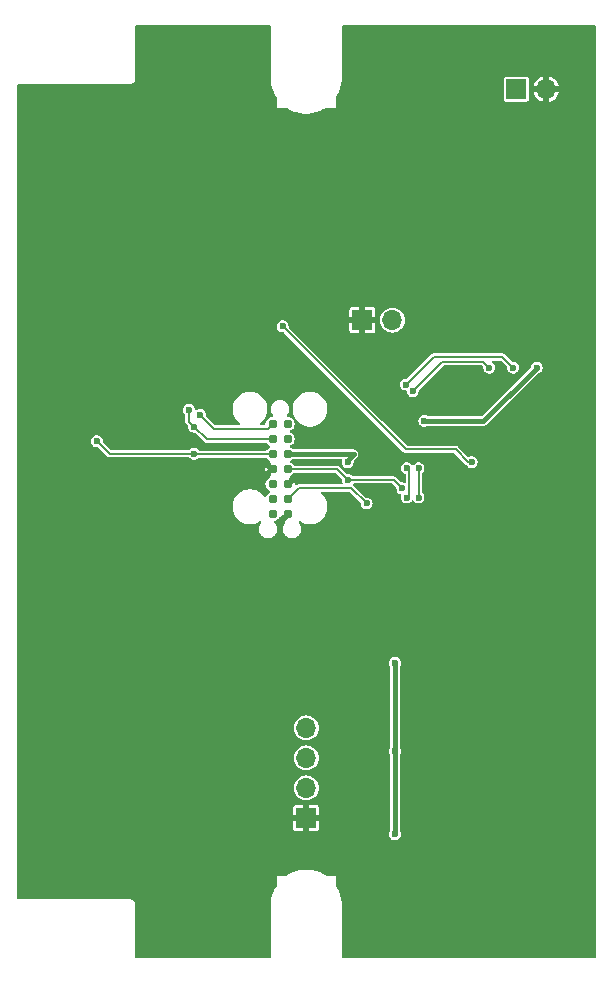
<source format=gbr>
%TF.GenerationSoftware,KiCad,Pcbnew,8.0.7*%
%TF.CreationDate,2025-01-18T18:24:10+01:00*%
%TF.ProjectId,tuff_tuff_pcb,74756666-5f74-4756-9666-5f7063622e6b,rev?*%
%TF.SameCoordinates,Original*%
%TF.FileFunction,Copper,L2,Bot*%
%TF.FilePolarity,Positive*%
%FSLAX46Y46*%
G04 Gerber Fmt 4.6, Leading zero omitted, Abs format (unit mm)*
G04 Created by KiCad (PCBNEW 8.0.7) date 2025-01-18 18:24:10*
%MOMM*%
%LPD*%
G01*
G04 APERTURE LIST*
%TA.AperFunction,ComponentPad*%
%ADD10R,1.700000X1.700000*%
%TD*%
%TA.AperFunction,ComponentPad*%
%ADD11O,1.700000X1.700000*%
%TD*%
%TA.AperFunction,SMDPad,CuDef*%
%ADD12C,0.787400*%
%TD*%
%TA.AperFunction,ViaPad*%
%ADD13C,0.600000*%
%TD*%
%TA.AperFunction,Conductor*%
%ADD14C,0.400000*%
%TD*%
%TA.AperFunction,Conductor*%
%ADD15C,0.200000*%
%TD*%
G04 APERTURE END LIST*
D10*
%TO.P,J5,1,Pin_1*%
%TO.N,GND*%
X-25000000Y12380000D03*
D11*
%TO.P,J5,2,Pin_2*%
%TO.N,Net-(J5-Pin_2)*%
X-25000000Y14920000D03*
%TO.P,J5,3,Pin_3*%
%TO.N,Net-(J5-Pin_3)*%
X-25000000Y17460000D03*
%TO.P,J5,4,Pin_4*%
%TO.N,Net-(J5-Pin_4)*%
X-25000000Y20000000D03*
%TD*%
D10*
%TO.P,J4,1,Pin_1*%
%TO.N,GND*%
X-20250000Y54525000D03*
D11*
%TO.P,J4,2,Pin_2*%
%TO.N,MCU_WAKEUP*%
X-17710000Y54525000D03*
%TD*%
D10*
%TO.P,J1,1,Pin_1*%
%TO.N,VIN_BAT*%
X-7220000Y74080000D03*
D11*
%TO.P,J1,2,Pin_2*%
%TO.N,GND*%
X-4680000Y74080000D03*
%TD*%
D12*
%TO.P,J3,1,1*%
%TO.N,unconnected-(J3-Pad1)*%
X-26590000Y45720000D03*
%TO.P,J3,2,2*%
%TO.N,unconnected-(J3-Pad2)*%
X-26590000Y44450000D03*
%TO.P,J3,3,3*%
%TO.N,3.3V*%
X-26590000Y43180000D03*
%TO.P,J3,4,4*%
%TO.N,SWDIO*%
X-26590000Y41910000D03*
%TO.P,J3,5,5*%
%TO.N,GND*%
X-26590000Y40640000D03*
%TO.P,J3,6,6*%
%TO.N,SWCLK*%
X-26590000Y39370000D03*
%TO.P,J3,7,7*%
%TO.N,GND*%
X-26590000Y38100000D03*
%TO.P,J3,8,8*%
%TO.N,unconnected-(J3-Pad8)*%
X-27860000Y38100000D03*
%TO.P,J3,9,9*%
%TO.N,unconnected-(J3-Pad9)*%
X-27860000Y39370000D03*
%TO.P,J3,10,10*%
%TO.N,unconnected-(J3-Pad10)*%
X-27860000Y40640000D03*
%TO.P,J3,11,11*%
%TO.N,GND*%
X-27860000Y41910000D03*
%TO.P,J3,12,12*%
%TO.N,NRST*%
X-27860000Y43180000D03*
%TO.P,J3,13,13*%
%TO.N,UART_RX*%
X-27860000Y44450000D03*
%TO.P,J3,14,14*%
%TO.N,UART_TX*%
X-27860000Y45720000D03*
%TD*%
D13*
%TO.N,GND*%
X-14000000Y67200000D03*
X-9500000Y44500000D03*
X-7000000Y44500000D03*
X-25000000Y41000000D03*
X-16000000Y72000000D03*
X-37000000Y62000000D03*
X-9500000Y42500000D03*
X-8000000Y27000000D03*
X-29500000Y41000000D03*
X-41000000Y34500000D03*
X-7000000Y42500000D03*
%TO.N,12V*%
X-17500000Y11000000D03*
X-17500000Y25500000D03*
X-17500000Y18000000D03*
%TO.N,SWDIO*%
X-21500000Y41000000D03*
X-16875735Y40275735D03*
%TO.N,UART_RX*%
X-34500000Y45500000D03*
X-34930735Y46930735D03*
X-16000000Y48500000D03*
X-9500000Y50500000D03*
%TO.N,SWCLK*%
X-19900000Y39000000D03*
%TO.N,UART_TX*%
X-34000000Y46500000D03*
X-16565687Y49065687D03*
X-7500000Y50500000D03*
%TO.N,NRST*%
X-34500000Y43200000D03*
X-42730000Y44270000D03*
%TO.N,Net-(U1-D+)*%
X-15500000Y39500000D03*
X-15500000Y42000000D03*
%TO.N,Net-(U1-D-)*%
X-16500000Y42000000D03*
X-16500000Y39500000D03*
%TO.N,ON_BOOSTER*%
X-11000000Y42500000D03*
X-27000000Y54000000D03*
%TO.N,3.3V*%
X-5500000Y50500000D03*
X-15000000Y46000000D03*
X-21500000Y42500000D03*
%TD*%
D14*
%TO.N,12V*%
X-17500000Y11000000D02*
X-17500000Y18000000D01*
X-17500000Y25500000D02*
X-17500000Y18000000D01*
D15*
%TO.N,SWDIO*%
X-16875735Y40275735D02*
X-17600000Y41000000D01*
X-21500000Y41000000D02*
X-22410000Y41910000D01*
X-22410000Y41910000D02*
X-26590000Y41910000D01*
X-17600000Y41000000D02*
X-21500000Y41000000D01*
%TO.N,UART_RX*%
X-34930735Y45930735D02*
X-34930735Y46930735D01*
X-10000000Y51000000D02*
X-13500000Y51000000D01*
X-33450000Y44450000D02*
X-27860000Y44450000D01*
X-14000000Y50500000D02*
X-16000000Y48500000D01*
X-34500000Y45500000D02*
X-34930735Y45930735D01*
X-9500000Y50500000D02*
X-10000000Y51000000D01*
X-13500000Y51000000D02*
X-14000000Y50500000D01*
X-34500000Y45500000D02*
X-33450000Y44450000D01*
%TO.N,SWCLK*%
X-19900000Y39000000D02*
X-21210550Y40310550D01*
X-21210550Y40310550D02*
X-25649450Y40310550D01*
X-25649450Y40310550D02*
X-26590000Y39370000D01*
%TO.N,UART_TX*%
X-28253699Y45326301D02*
X-27860000Y45720000D01*
X-32826301Y45326301D02*
X-28253699Y45326301D01*
X-7500000Y50500000D02*
X-8400000Y51400000D01*
X-34000000Y46500000D02*
X-32826301Y45326301D01*
X-8400000Y51400000D02*
X-14231374Y51400000D01*
X-14231374Y51400000D02*
X-16565687Y49065687D01*
%TO.N,NRST*%
X-27860000Y43180000D02*
X-34480000Y43180000D01*
X-41660000Y43200000D02*
X-34500000Y43200000D01*
X-42730000Y44270000D02*
X-41660000Y43200000D01*
X-34500000Y43200000D02*
X-34520000Y43180000D01*
X-34480000Y43180000D02*
X-34500000Y43200000D01*
%TO.N,Net-(U1-D+)*%
X-15500000Y42000000D02*
X-15500000Y39500000D01*
%TO.N,Net-(U1-D-)*%
X-16275735Y41775735D02*
X-16275735Y39724265D01*
X-16275735Y39724265D02*
X-16500000Y39500000D01*
X-16500000Y42000000D02*
X-16275735Y41775735D01*
%TO.N,ON_BOOSTER*%
X-27000000Y54000000D02*
X-16580000Y43580000D01*
X-11282843Y42500000D02*
X-11000000Y42500000D01*
X-12362843Y43580000D02*
X-11282843Y42500000D01*
X-16580000Y43580000D02*
X-12362843Y43580000D01*
D14*
%TO.N,3.3V*%
X-26590000Y43180000D02*
X-21000000Y43180000D01*
X-21500000Y42680000D02*
X-21000000Y43180000D01*
X-5500000Y50500000D02*
X-10000000Y46000000D01*
X-10000000Y46000000D02*
X-15000000Y46000000D01*
X-21500000Y42500000D02*
X-21500000Y42680000D01*
%TD*%
%TA.AperFunction,Conductor*%
%TO.N,GND*%
G36*
X-22517288Y41590593D02*
G01*
X-22505475Y41580504D01*
X-22030547Y41105576D01*
X-22002770Y41051059D01*
X-22002558Y41021485D01*
X-22005647Y40999998D01*
X-21985166Y40857544D01*
X-21936589Y40751177D01*
X-21929614Y40690390D01*
X-21959700Y40637113D01*
X-22015356Y40611695D01*
X-22026642Y40611050D01*
X-25609888Y40611050D01*
X-25689012Y40611050D01*
X-25765438Y40590572D01*
X-25765439Y40590572D01*
X-25765441Y40590571D01*
X-25794705Y40573676D01*
X-25854554Y40560957D01*
X-25910449Y40585844D01*
X-25941040Y40638833D01*
X-25942481Y40647481D01*
X-25960414Y40795178D01*
X-25960415Y40795179D01*
X-25993646Y40882802D01*
X-26330996Y40545451D01*
X-26385513Y40517673D01*
X-26445945Y40527244D01*
X-26489210Y40570509D01*
X-26500000Y40615454D01*
X-26500000Y41042548D01*
X-26481093Y41100739D01*
X-26471004Y41112552D01*
X-26345112Y41238445D01*
X-26352031Y41283899D01*
X-26342096Y41344272D01*
X-26298572Y41387275D01*
X-26292047Y41390260D01*
X-26290336Y41390968D01*
X-26166212Y41486212D01*
X-26101329Y41570769D01*
X-26050905Y41605423D01*
X-26022788Y41609500D01*
X-22575479Y41609500D01*
X-22517288Y41590593D01*
G37*
%TD.AperFunction*%
%TA.AperFunction,Conductor*%
G36*
X-28041309Y79480593D02*
G01*
X-28005345Y79431093D01*
X-28000500Y79400500D01*
X-28000500Y74831495D01*
X-27962768Y74496608D01*
X-27887776Y74168043D01*
X-27776470Y73849951D01*
X-27776469Y73849949D01*
X-27630254Y73546329D01*
X-27630248Y73546318D01*
X-27630246Y73546314D01*
X-27515174Y73363178D01*
X-27500000Y73310509D01*
X-27500000Y72500000D01*
X-26689492Y72500000D01*
X-26636822Y72484827D01*
X-26453686Y72369754D01*
X-26453675Y72369749D01*
X-26453672Y72369747D01*
X-26352795Y72321168D01*
X-26150051Y72223531D01*
X-26001560Y72171572D01*
X-25831958Y72112225D01*
X-25831955Y72112225D01*
X-25831954Y72112224D01*
X-25503394Y72037233D01*
X-25168504Y71999500D01*
X-25168503Y71999500D01*
X-24831497Y71999500D01*
X-24831496Y71999500D01*
X-24496606Y72037233D01*
X-24168046Y72112224D01*
X-23849949Y72223531D01*
X-23546314Y72369754D01*
X-23363179Y72484827D01*
X-23310508Y72500000D01*
X-22500001Y72500000D01*
X-22500000Y72500000D01*
X-22500000Y73310509D01*
X-22484827Y73363178D01*
X-22369754Y73546314D01*
X-22223531Y73849949D01*
X-22112224Y74168046D01*
X-22037233Y74496606D01*
X-21999500Y74831496D01*
X-21999500Y74949747D01*
X-8270500Y74949747D01*
X-8270500Y73210254D01*
X-8270499Y73210242D01*
X-8258868Y73151773D01*
X-8258866Y73151767D01*
X-8218332Y73091105D01*
X-8214552Y73085448D01*
X-8148231Y73041133D01*
X-8103769Y73032289D01*
X-8089759Y73029502D01*
X-8089754Y73029502D01*
X-8089748Y73029500D01*
X-8089747Y73029500D01*
X-6350253Y73029500D01*
X-6350252Y73029500D01*
X-6291769Y73041133D01*
X-6225448Y73085448D01*
X-6181133Y73151769D01*
X-6169500Y73210252D01*
X-6169500Y74330000D01*
X-5752527Y74330000D01*
X-5113012Y74330000D01*
X-5145925Y74272993D01*
X-5180000Y74145826D01*
X-5180000Y74014174D01*
X-5145925Y73887007D01*
X-5113012Y73830000D01*
X-5752527Y73830000D01*
X-5710113Y73680930D01*
X-5619250Y73498452D01*
X-5619245Y73498443D01*
X-5496392Y73335760D01*
X-5345734Y73198418D01*
X-5172419Y73091105D01*
X-5172414Y73091102D01*
X-4982317Y73017459D01*
X-4930001Y73007679D01*
X-4930000Y73007679D01*
X-4930000Y73646988D01*
X-4872993Y73614075D01*
X-4745826Y73580000D01*
X-4614174Y73580000D01*
X-4487007Y73614075D01*
X-4430000Y73646988D01*
X-4430000Y73007679D01*
X-4377684Y73017459D01*
X-4187587Y73091102D01*
X-4187582Y73091105D01*
X-4014267Y73198418D01*
X-3863609Y73335760D01*
X-3740756Y73498443D01*
X-3740751Y73498452D01*
X-3649888Y73680930D01*
X-3607473Y73830000D01*
X-4246988Y73830000D01*
X-4214075Y73887007D01*
X-4180000Y74014174D01*
X-4180000Y74145826D01*
X-4214075Y74272993D01*
X-4246988Y74330000D01*
X-3607473Y74330000D01*
X-3649888Y74479071D01*
X-3740751Y74661549D01*
X-3740756Y74661558D01*
X-3863609Y74824241D01*
X-4014267Y74961583D01*
X-4187582Y75068896D01*
X-4187587Y75068899D01*
X-4377681Y75142541D01*
X-4377685Y75142542D01*
X-4430000Y75152322D01*
X-4430000Y74513012D01*
X-4487007Y74545925D01*
X-4614174Y74580000D01*
X-4745826Y74580000D01*
X-4872993Y74545925D01*
X-4930000Y74513012D01*
X-4930000Y75152322D01*
X-4982316Y75142542D01*
X-4982320Y75142541D01*
X-5172414Y75068899D01*
X-5172419Y75068896D01*
X-5345734Y74961583D01*
X-5496392Y74824241D01*
X-5619245Y74661558D01*
X-5619250Y74661549D01*
X-5710113Y74479071D01*
X-5752527Y74330000D01*
X-6169500Y74330000D01*
X-6169500Y74949748D01*
X-6181133Y75008231D01*
X-6225448Y75074552D01*
X-6225452Y75074555D01*
X-6291767Y75118866D01*
X-6291769Y75118867D01*
X-6291772Y75118868D01*
X-6291773Y75118868D01*
X-6350242Y75130499D01*
X-6350252Y75130500D01*
X-8089748Y75130500D01*
X-8089749Y75130500D01*
X-8089759Y75130499D01*
X-8148228Y75118868D01*
X-8148234Y75118866D01*
X-8214549Y75074555D01*
X-8214555Y75074549D01*
X-8258866Y75008234D01*
X-8258868Y75008228D01*
X-8270499Y74949759D01*
X-8270500Y74949747D01*
X-21999500Y74949747D01*
X-21999500Y75000000D01*
X-21999500Y75065892D01*
X-21999500Y79400500D01*
X-21980593Y79458691D01*
X-21931093Y79494655D01*
X-21900500Y79499500D01*
X-599500Y79499500D01*
X-541309Y79480593D01*
X-505345Y79431093D01*
X-500500Y79400500D01*
X-500500Y599500D01*
X-519407Y541309D01*
X-568907Y505345D01*
X-599500Y500500D01*
X-21900500Y500500D01*
X-21958691Y519407D01*
X-21994655Y568907D01*
X-21999500Y599500D01*
X-21999500Y5168504D01*
X-22037233Y5503394D01*
X-22112224Y5831954D01*
X-22223531Y6150051D01*
X-22369754Y6453686D01*
X-22451795Y6584252D01*
X-22484826Y6636822D01*
X-22500000Y6689493D01*
X-22500000Y7499999D01*
X-22500000Y7500000D01*
X-22500001Y7500000D01*
X-23310508Y7500000D01*
X-23363179Y7515174D01*
X-23546314Y7630246D01*
X-23546322Y7630250D01*
X-23546329Y7630254D01*
X-23849949Y7776469D01*
X-23849951Y7776470D01*
X-24168043Y7887776D01*
X-24496608Y7962768D01*
X-24831495Y8000500D01*
X-24831496Y8000500D01*
X-25168504Y8000500D01*
X-25168506Y8000500D01*
X-25503393Y7962768D01*
X-25831958Y7887776D01*
X-26150050Y7776470D01*
X-26150052Y7776469D01*
X-26453672Y7630254D01*
X-26453684Y7630247D01*
X-26636821Y7515174D01*
X-26689492Y7500000D01*
X-27500000Y7500000D01*
X-27500000Y7499999D01*
X-27500000Y6689493D01*
X-27515174Y6636822D01*
X-27630247Y6453684D01*
X-27630254Y6453672D01*
X-27776469Y6150052D01*
X-27776470Y6150050D01*
X-27887776Y5831958D01*
X-27962768Y5503393D01*
X-28000500Y5168506D01*
X-28000500Y599500D01*
X-28019407Y541309D01*
X-28068907Y505345D01*
X-28099500Y500500D01*
X-39400500Y500500D01*
X-39458691Y519407D01*
X-39494655Y568907D01*
X-39499500Y599500D01*
X-39499500Y5065891D01*
X-39526995Y5168504D01*
X-39533608Y5193186D01*
X-39533610Y5193189D01*
X-39533610Y5193191D01*
X-39599497Y5307310D01*
X-39599499Y5307312D01*
X-39599500Y5307314D01*
X-39692686Y5400500D01*
X-39692689Y5400502D01*
X-39692691Y5400504D01*
X-39806811Y5466391D01*
X-39806809Y5466391D01*
X-39856201Y5479625D01*
X-39934108Y5500500D01*
X-39934110Y5500500D01*
X-49400500Y5500500D01*
X-49458691Y5519407D01*
X-49494655Y5568907D01*
X-49499500Y5599500D01*
X-49499500Y13254625D01*
X-26100000Y13254625D01*
X-26100000Y12630001D01*
X-26099999Y12630000D01*
X-25433012Y12630000D01*
X-25465925Y12572993D01*
X-25500000Y12445826D01*
X-25500000Y12314174D01*
X-25465925Y12187007D01*
X-25433012Y12130000D01*
X-26099999Y12130000D01*
X-26100000Y12129999D01*
X-26100000Y11505376D01*
X-26085494Y11432454D01*
X-26085493Y11432452D01*
X-26030242Y11349763D01*
X-26030238Y11349759D01*
X-25947549Y11294508D01*
X-25947547Y11294507D01*
X-25874625Y11280001D01*
X-25874623Y11280000D01*
X-25250001Y11280000D01*
X-25250000Y11280001D01*
X-25250000Y11946988D01*
X-25192993Y11914075D01*
X-25065826Y11880000D01*
X-24934174Y11880000D01*
X-24807007Y11914075D01*
X-24750000Y11946988D01*
X-24750000Y11280001D01*
X-24749999Y11280000D01*
X-24125377Y11280000D01*
X-24125376Y11280001D01*
X-24052454Y11294507D01*
X-24052452Y11294508D01*
X-23969763Y11349759D01*
X-23969759Y11349763D01*
X-23914508Y11432452D01*
X-23914507Y11432454D01*
X-23900001Y11505376D01*
X-23900000Y11505378D01*
X-23900000Y12129999D01*
X-23900001Y12130000D01*
X-24566988Y12130000D01*
X-24534075Y12187007D01*
X-24500000Y12314174D01*
X-24500000Y12445826D01*
X-24534075Y12572993D01*
X-24566988Y12630000D01*
X-23900001Y12630000D01*
X-23900000Y12630001D01*
X-23900000Y13254623D01*
X-23900001Y13254625D01*
X-23914507Y13327547D01*
X-23914508Y13327549D01*
X-23969759Y13410238D01*
X-23969763Y13410242D01*
X-24052452Y13465493D01*
X-24052454Y13465494D01*
X-24125376Y13480000D01*
X-24749999Y13480000D01*
X-24750000Y13479999D01*
X-24750000Y12813012D01*
X-24807007Y12845925D01*
X-24934174Y12880000D01*
X-25065826Y12880000D01*
X-25192993Y12845925D01*
X-25250000Y12813012D01*
X-25250000Y13479999D01*
X-25250001Y13480000D01*
X-25874625Y13480000D01*
X-25947547Y13465494D01*
X-25947549Y13465493D01*
X-26030238Y13410242D01*
X-26030242Y13410238D01*
X-26085493Y13327549D01*
X-26085494Y13327547D01*
X-26100000Y13254625D01*
X-49499500Y13254625D01*
X-49499500Y14920004D01*
X-26055583Y14920004D01*
X-26055583Y14919997D01*
X-26035302Y14714071D01*
X-26035301Y14714066D01*
X-25975232Y14516046D01*
X-25877684Y14333548D01*
X-25746415Y14173596D01*
X-25746410Y14173590D01*
X-25746405Y14173586D01*
X-25586453Y14042317D01*
X-25586452Y14042317D01*
X-25586450Y14042315D01*
X-25403954Y13944768D01*
X-25266003Y13902922D01*
X-25205935Y13884700D01*
X-25205930Y13884699D01*
X-25000003Y13864417D01*
X-25000000Y13864417D01*
X-24999997Y13864417D01*
X-24794071Y13884699D01*
X-24794066Y13884700D01*
X-24596046Y13944768D01*
X-24413550Y14042315D01*
X-24253590Y14173590D01*
X-24122315Y14333550D01*
X-24024768Y14516046D01*
X-23964700Y14714066D01*
X-23964699Y14714071D01*
X-23944417Y14919997D01*
X-23944417Y14920004D01*
X-23964699Y15125930D01*
X-23964700Y15125935D01*
X-23982922Y15186003D01*
X-24024768Y15323954D01*
X-24122315Y15506450D01*
X-24253590Y15666410D01*
X-24253596Y15666415D01*
X-24413548Y15797684D01*
X-24596046Y15895232D01*
X-24794066Y15955301D01*
X-24794071Y15955302D01*
X-24999997Y15975583D01*
X-25000003Y15975583D01*
X-25205930Y15955302D01*
X-25205935Y15955301D01*
X-25403955Y15895232D01*
X-25586453Y15797684D01*
X-25746405Y15666415D01*
X-25746415Y15666405D01*
X-25877684Y15506453D01*
X-25975232Y15323955D01*
X-26035301Y15125935D01*
X-26035302Y15125930D01*
X-26055583Y14920004D01*
X-49499500Y14920004D01*
X-49499500Y17460004D01*
X-26055583Y17460004D01*
X-26055583Y17459997D01*
X-26035302Y17254071D01*
X-26035301Y17254066D01*
X-25975232Y17056046D01*
X-25877684Y16873548D01*
X-25746415Y16713596D01*
X-25746410Y16713590D01*
X-25746405Y16713586D01*
X-25586453Y16582317D01*
X-25586452Y16582317D01*
X-25586450Y16582315D01*
X-25403954Y16484768D01*
X-25266003Y16442922D01*
X-25205935Y16424700D01*
X-25205930Y16424699D01*
X-25000003Y16404417D01*
X-25000000Y16404417D01*
X-24999997Y16404417D01*
X-24794071Y16424699D01*
X-24794066Y16424700D01*
X-24596046Y16484768D01*
X-24413550Y16582315D01*
X-24253590Y16713590D01*
X-24122315Y16873550D01*
X-24024768Y17056046D01*
X-23964700Y17254066D01*
X-23964699Y17254071D01*
X-23944417Y17459997D01*
X-23944417Y17460004D01*
X-23964699Y17665930D01*
X-23964700Y17665935D01*
X-23983111Y17726627D01*
X-24024768Y17863954D01*
X-24122315Y18046450D01*
X-24253590Y18206410D01*
X-24337166Y18274999D01*
X-24413548Y18337684D01*
X-24596046Y18435232D01*
X-24794066Y18495301D01*
X-24794071Y18495302D01*
X-24999997Y18515583D01*
X-25000003Y18515583D01*
X-25205930Y18495302D01*
X-25205935Y18495301D01*
X-25403955Y18435232D01*
X-25586453Y18337684D01*
X-25746405Y18206415D01*
X-25746415Y18206405D01*
X-25877684Y18046453D01*
X-25975232Y17863955D01*
X-26035301Y17665935D01*
X-26035302Y17665930D01*
X-26055583Y17460004D01*
X-49499500Y17460004D01*
X-49499500Y20000004D01*
X-26055583Y20000004D01*
X-26055583Y19999997D01*
X-26035302Y19794071D01*
X-26035301Y19794066D01*
X-25975232Y19596046D01*
X-25877684Y19413548D01*
X-25746415Y19253596D01*
X-25746410Y19253590D01*
X-25746405Y19253586D01*
X-25586453Y19122317D01*
X-25586452Y19122317D01*
X-25586450Y19122315D01*
X-25403954Y19024768D01*
X-25266003Y18982922D01*
X-25205935Y18964700D01*
X-25205930Y18964699D01*
X-25000003Y18944417D01*
X-25000000Y18944417D01*
X-24999997Y18944417D01*
X-24794071Y18964699D01*
X-24794066Y18964700D01*
X-24596046Y19024768D01*
X-24413550Y19122315D01*
X-24253590Y19253590D01*
X-24122315Y19413550D01*
X-24024768Y19596046D01*
X-23964700Y19794066D01*
X-23964699Y19794071D01*
X-23944417Y19999997D01*
X-23944417Y20000004D01*
X-23964699Y20205930D01*
X-23964700Y20205935D01*
X-23982922Y20266003D01*
X-24024768Y20403954D01*
X-24122315Y20586450D01*
X-24253590Y20746410D01*
X-24253596Y20746415D01*
X-24413548Y20877684D01*
X-24596046Y20975232D01*
X-24794066Y21035301D01*
X-24794071Y21035302D01*
X-24999997Y21055583D01*
X-25000003Y21055583D01*
X-25205930Y21035302D01*
X-25205935Y21035301D01*
X-25403955Y20975232D01*
X-25586453Y20877684D01*
X-25746405Y20746415D01*
X-25746415Y20746405D01*
X-25877684Y20586453D01*
X-25975232Y20403955D01*
X-26035301Y20205935D01*
X-26035302Y20205930D01*
X-26055583Y20000004D01*
X-49499500Y20000004D01*
X-49499500Y25500003D01*
X-18005647Y25500003D01*
X-18005647Y25499998D01*
X-17985166Y25357544D01*
X-17925377Y25226627D01*
X-17924684Y25225827D01*
X-17924340Y25225011D01*
X-17921547Y25220666D01*
X-17922299Y25220184D01*
X-17900864Y25169469D01*
X-17900500Y25160992D01*
X-17900500Y18339008D01*
X-17919407Y18280817D01*
X-17924679Y18274179D01*
X-17925377Y18273374D01*
X-17985166Y18142457D01*
X-18005647Y18000003D01*
X-18005647Y17999998D01*
X-17985166Y17857544D01*
X-17925377Y17726627D01*
X-17924684Y17725827D01*
X-17924340Y17725011D01*
X-17921547Y17720666D01*
X-17922299Y17720184D01*
X-17900864Y17669469D01*
X-17900500Y17660992D01*
X-17900500Y11339008D01*
X-17919407Y11280817D01*
X-17924679Y11274179D01*
X-17925377Y11273374D01*
X-17985166Y11142457D01*
X-18005647Y11000003D01*
X-18005647Y10999998D01*
X-17985166Y10857544D01*
X-17925378Y10726629D01*
X-17925377Y10726627D01*
X-17831128Y10617857D01*
X-17831127Y10617856D01*
X-17710058Y10540050D01*
X-17710053Y10540047D01*
X-17603597Y10508789D01*
X-17571965Y10499501D01*
X-17571964Y10499501D01*
X-17571961Y10499500D01*
X-17571959Y10499500D01*
X-17428041Y10499500D01*
X-17428039Y10499500D01*
X-17289947Y10540047D01*
X-17168872Y10617857D01*
X-17074623Y10726627D01*
X-17014835Y10857543D01*
X-16994353Y11000000D01*
X-17014835Y11142457D01*
X-17074623Y11273373D01*
X-17075321Y11274179D01*
X-17075668Y11274999D01*
X-17078451Y11279330D01*
X-17077702Y11279812D01*
X-17099137Y11330539D01*
X-17099500Y11339008D01*
X-17099500Y17660992D01*
X-17080593Y17719183D01*
X-17075316Y17725827D01*
X-17075193Y17725971D01*
X-17074623Y17726627D01*
X-17014835Y17857543D01*
X-16994353Y18000000D01*
X-17014835Y18142457D01*
X-17074623Y18273373D01*
X-17075321Y18274179D01*
X-17075668Y18274999D01*
X-17078451Y18279330D01*
X-17077702Y18279812D01*
X-17099137Y18330539D01*
X-17099500Y18339008D01*
X-17099500Y25160992D01*
X-17080593Y25219183D01*
X-17075316Y25225827D01*
X-17075193Y25225971D01*
X-17074623Y25226627D01*
X-17014835Y25357543D01*
X-16994353Y25500000D01*
X-17014835Y25642457D01*
X-17074623Y25773373D01*
X-17168872Y25882143D01*
X-17168873Y25882144D01*
X-17168874Y25882145D01*
X-17289943Y25959951D01*
X-17289946Y25959953D01*
X-17289947Y25959953D01*
X-17289950Y25959954D01*
X-17428036Y26000500D01*
X-17428039Y26000500D01*
X-17571961Y26000500D01*
X-17571965Y26000500D01*
X-17710051Y25959954D01*
X-17710058Y25959951D01*
X-17831127Y25882145D01*
X-17925378Y25773372D01*
X-17985166Y25642457D01*
X-18005647Y25500003D01*
X-49499500Y25500003D01*
X-49499500Y41910002D01*
X-28508428Y41910002D01*
X-28508428Y41909999D01*
X-28489586Y41754822D01*
X-28456356Y41667200D01*
X-28213555Y41910000D01*
X-28456357Y42152802D01*
X-28489586Y42065179D01*
X-28508428Y41910002D01*
X-49499500Y41910002D01*
X-49499500Y44270003D01*
X-43235647Y44270003D01*
X-43235647Y44269998D01*
X-43215166Y44127544D01*
X-43168889Y44026214D01*
X-43155377Y43996627D01*
X-43079878Y43909496D01*
X-43061127Y43887856D01*
X-42959846Y43822767D01*
X-42940053Y43810047D01*
X-42833597Y43778789D01*
X-42801965Y43769501D01*
X-42801964Y43769501D01*
X-42801961Y43769500D01*
X-42801959Y43769500D01*
X-42695479Y43769500D01*
X-42637288Y43750593D01*
X-42625475Y43740504D01*
X-41844511Y42959540D01*
X-41844509Y42959539D01*
X-41844508Y42959538D01*
X-41844507Y42959537D01*
X-41775992Y42919980D01*
X-41775994Y42919980D01*
X-41775990Y42919979D01*
X-41775988Y42919978D01*
X-41699562Y42899500D01*
X-41620438Y42899500D01*
X-34947083Y42899500D01*
X-34888892Y42880593D01*
X-34872267Y42865333D01*
X-34831128Y42817857D01*
X-34710053Y42740047D01*
X-34603597Y42708789D01*
X-34571965Y42699501D01*
X-34571964Y42699501D01*
X-34571961Y42699500D01*
X-34571959Y42699500D01*
X-34428041Y42699500D01*
X-34428039Y42699500D01*
X-34289947Y42740047D01*
X-34168872Y42817857D01*
X-34145066Y42845332D01*
X-34092670Y42876927D01*
X-34070247Y42879500D01*
X-28427212Y42879500D01*
X-28369021Y42860593D01*
X-28348673Y42840771D01*
X-28283788Y42756212D01*
X-28159664Y42660968D01*
X-28157963Y42660264D01*
X-28156962Y42659409D01*
X-28154046Y42657725D01*
X-28154358Y42657185D01*
X-28111437Y42620533D01*
X-28097147Y42561040D01*
X-28097971Y42553899D01*
X-28104891Y42508446D01*
X-28028996Y42432551D01*
X-28001219Y42378034D01*
X-28000000Y42362547D01*
X-28000000Y41457454D01*
X-28018907Y41399263D01*
X-28028997Y41387450D01*
X-28104891Y41311558D01*
X-28097971Y41266100D01*
X-28107907Y41205727D01*
X-28151432Y41162724D01*
X-28157953Y41159741D01*
X-28159661Y41159034D01*
X-28159662Y41159034D01*
X-28283783Y41063793D01*
X-28283793Y41063783D01*
X-28379034Y40939662D01*
X-28379034Y40939661D01*
X-28438905Y40795118D01*
X-28438906Y40795118D01*
X-28459327Y40640001D01*
X-28459327Y40640000D01*
X-28438906Y40484883D01*
X-28381490Y40346270D01*
X-28379032Y40340336D01*
X-28283788Y40216212D01*
X-28159664Y40120968D01*
X-28100506Y40096465D01*
X-28053981Y40056729D01*
X-28039697Y39997235D01*
X-28063111Y39940706D01*
X-28100505Y39913538D01*
X-28159659Y39889035D01*
X-28159662Y39889034D01*
X-28283783Y39793793D01*
X-28283793Y39793783D01*
X-28379032Y39669663D01*
X-28398725Y39622121D01*
X-28438463Y39575596D01*
X-28497957Y39561313D01*
X-28554485Y39584728D01*
X-28570279Y39601814D01*
X-28639132Y39696582D01*
X-28803418Y39860868D01*
X-28991381Y39997431D01*
X-28991382Y39997432D01*
X-28991384Y39997433D01*
X-29198394Y40102909D01*
X-29419363Y40174707D01*
X-29648829Y40211050D01*
X-29648832Y40211050D01*
X-29881168Y40211050D01*
X-29881171Y40211050D01*
X-30110638Y40174707D01*
X-30331607Y40102909D01*
X-30538617Y39997433D01*
X-30726581Y39860869D01*
X-30890869Y39696581D01*
X-31027433Y39508617D01*
X-31132909Y39301607D01*
X-31204707Y39080638D01*
X-31241050Y38851172D01*
X-31241050Y38618829D01*
X-31204707Y38389363D01*
X-31132909Y38168394D01*
X-31032335Y37971004D01*
X-31027431Y37961381D01*
X-30890868Y37773418D01*
X-30726582Y37609132D01*
X-30538619Y37472569D01*
X-30331606Y37367091D01*
X-30110642Y37295295D01*
X-30110641Y37295295D01*
X-30110638Y37295294D01*
X-29881171Y37258950D01*
X-29881168Y37258950D01*
X-29648829Y37258950D01*
X-29419363Y37295294D01*
X-29419362Y37295295D01*
X-29419358Y37295295D01*
X-29198394Y37367091D01*
X-28991381Y37472569D01*
X-28969235Y37488660D01*
X-28911045Y37507568D01*
X-28852854Y37488662D01*
X-28816889Y37439163D01*
X-28816888Y37377977D01*
X-28841037Y37338567D01*
X-28849886Y37329718D01*
X-28849895Y37329707D01*
X-28935684Y37201315D01*
X-28994775Y37058657D01*
X-28994775Y37058655D01*
X-29024900Y36907210D01*
X-29024900Y36907207D01*
X-29024900Y36752793D01*
X-28994775Y36601345D01*
X-28935683Y36458684D01*
X-28849895Y36330293D01*
X-28740707Y36221105D01*
X-28612316Y36135317D01*
X-28469655Y36076225D01*
X-28318207Y36046100D01*
X-28318206Y36046100D01*
X-28163794Y36046100D01*
X-28163793Y36046100D01*
X-28012345Y36076225D01*
X-27869684Y36135317D01*
X-27741293Y36221105D01*
X-27632105Y36330293D01*
X-27546317Y36458684D01*
X-27487225Y36601345D01*
X-27457100Y36752793D01*
X-27457100Y36907207D01*
X-27487225Y37058655D01*
X-27546317Y37201316D01*
X-27632105Y37329707D01*
X-27683986Y37381588D01*
X-27711763Y37436105D01*
X-27702192Y37496537D01*
X-27658927Y37539802D01*
X-27651904Y37543040D01*
X-27560336Y37580968D01*
X-27436212Y37676212D01*
X-27340968Y37800336D01*
X-27338288Y37806808D01*
X-27298553Y37853334D01*
X-27239058Y37867619D01*
X-27226044Y37865719D01*
X-27186356Y37857200D01*
X-27072550Y37971004D01*
X-27018034Y37998781D01*
X-27002547Y38000000D01*
X-26575453Y38000000D01*
X-26517262Y37981093D01*
X-26481298Y37931593D01*
X-26481298Y37870407D01*
X-26505450Y37830996D01*
X-26834890Y37501558D01*
X-26830182Y37499087D01*
X-26787442Y37455305D01*
X-26778598Y37394762D01*
X-26806180Y37341424D01*
X-26817886Y37329718D01*
X-26817895Y37329707D01*
X-26903684Y37201315D01*
X-26962775Y37058657D01*
X-26962775Y37058655D01*
X-26992900Y36907210D01*
X-26992900Y36907207D01*
X-26992900Y36752793D01*
X-26962775Y36601345D01*
X-26903683Y36458684D01*
X-26817895Y36330293D01*
X-26708707Y36221105D01*
X-26580316Y36135317D01*
X-26437655Y36076225D01*
X-26286207Y36046100D01*
X-26286206Y36046100D01*
X-26131794Y36046100D01*
X-26131793Y36046100D01*
X-25980345Y36076225D01*
X-25837684Y36135317D01*
X-25709293Y36221105D01*
X-25600105Y36330293D01*
X-25514317Y36458684D01*
X-25455225Y36601345D01*
X-25425100Y36752793D01*
X-25425100Y36907207D01*
X-25455225Y37058655D01*
X-25514317Y37201316D01*
X-25600105Y37329707D01*
X-25608962Y37338564D01*
X-25636739Y37393081D01*
X-25627168Y37453513D01*
X-25583903Y37496778D01*
X-25523471Y37506349D01*
X-25480769Y37488662D01*
X-25458619Y37472569D01*
X-25251606Y37367091D01*
X-25030642Y37295295D01*
X-25030641Y37295295D01*
X-25030638Y37295294D01*
X-24801171Y37258950D01*
X-24801168Y37258950D01*
X-24568829Y37258950D01*
X-24339363Y37295294D01*
X-24339362Y37295295D01*
X-24339358Y37295295D01*
X-24118394Y37367091D01*
X-23911381Y37472569D01*
X-23723418Y37609132D01*
X-23559132Y37773418D01*
X-23422569Y37961381D01*
X-23317091Y38168394D01*
X-23245295Y38389358D01*
X-23221428Y38540047D01*
X-23208950Y38618829D01*
X-23208950Y38851172D01*
X-23245294Y39080638D01*
X-23265380Y39142457D01*
X-23317091Y39301606D01*
X-23422569Y39508619D01*
X-23559132Y39696582D01*
X-23703599Y39841049D01*
X-23731374Y39895563D01*
X-23721803Y39955995D01*
X-23678538Y39999260D01*
X-23633593Y40010050D01*
X-21376029Y40010050D01*
X-21317838Y39991143D01*
X-21306025Y39981054D01*
X-20430547Y39105576D01*
X-20402770Y39051059D01*
X-20402559Y39021486D01*
X-20405646Y39000003D01*
X-20405647Y38999998D01*
X-20385166Y38857544D01*
X-20354819Y38791095D01*
X-20325377Y38726627D01*
X-20285751Y38680896D01*
X-20231127Y38617856D01*
X-20110058Y38540050D01*
X-20110053Y38540047D01*
X-20003597Y38508789D01*
X-19971965Y38499501D01*
X-19971964Y38499501D01*
X-19971961Y38499500D01*
X-19971959Y38499500D01*
X-19828041Y38499500D01*
X-19828039Y38499500D01*
X-19689947Y38540047D01*
X-19568872Y38617857D01*
X-19474623Y38726627D01*
X-19414835Y38857543D01*
X-19394425Y38999500D01*
X-19394353Y38999998D01*
X-19394353Y39000003D01*
X-19414835Y39142457D01*
X-19474623Y39273373D01*
X-19568872Y39382143D01*
X-19568873Y39382144D01*
X-19568874Y39382145D01*
X-19689943Y39459951D01*
X-19689946Y39459953D01*
X-19689947Y39459953D01*
X-19689950Y39459954D01*
X-19828036Y39500500D01*
X-19828039Y39500500D01*
X-19934521Y39500500D01*
X-19992712Y39519407D01*
X-20004525Y39529496D01*
X-20485079Y40010050D01*
X-21005528Y40530499D01*
X-21033303Y40585013D01*
X-21023732Y40645445D01*
X-20980467Y40688710D01*
X-20935522Y40699500D01*
X-17765479Y40699500D01*
X-17707288Y40680593D01*
X-17695475Y40670504D01*
X-17406282Y40381311D01*
X-17378505Y40326794D01*
X-17378293Y40297220D01*
X-17381382Y40275733D01*
X-17360901Y40133279D01*
X-17355278Y40120967D01*
X-17301112Y40002362D01*
X-17208571Y39895563D01*
X-17206862Y39893591D01*
X-17125100Y39841046D01*
X-17085788Y39815782D01*
X-17037330Y39801554D01*
X-17036892Y39801425D01*
X-16986385Y39766889D01*
X-16965823Y39709262D01*
X-16974729Y39665309D01*
X-16985167Y39642455D01*
X-17005647Y39500003D01*
X-17005647Y39499998D01*
X-16985166Y39357544D01*
X-16937313Y39252762D01*
X-16925377Y39226627D01*
X-16852444Y39142457D01*
X-16831127Y39117856D01*
X-16727188Y39051059D01*
X-16710053Y39040047D01*
X-16603597Y39008789D01*
X-16571965Y38999501D01*
X-16571964Y38999501D01*
X-16571961Y38999500D01*
X-16571959Y38999500D01*
X-16428041Y38999500D01*
X-16428039Y38999500D01*
X-16289947Y39040047D01*
X-16168872Y39117857D01*
X-16074818Y39226403D01*
X-16022424Y39257997D01*
X-15961463Y39252762D01*
X-15925184Y39226404D01*
X-15831128Y39117857D01*
X-15831127Y39117856D01*
X-15727188Y39051059D01*
X-15710053Y39040047D01*
X-15603597Y39008789D01*
X-15571965Y38999501D01*
X-15571964Y38999501D01*
X-15571961Y38999500D01*
X-15571959Y38999500D01*
X-15428041Y38999500D01*
X-15428039Y38999500D01*
X-15289947Y39040047D01*
X-15168872Y39117857D01*
X-15074623Y39226627D01*
X-15014835Y39357543D01*
X-14994353Y39500000D01*
X-14994425Y39500500D01*
X-15014835Y39642457D01*
X-15039553Y39696581D01*
X-15074623Y39773373D01*
X-15168872Y39882143D01*
X-15168873Y39882144D01*
X-15173509Y39887494D01*
X-15171476Y39889257D01*
X-15196933Y39931495D01*
X-15199500Y39953895D01*
X-15199500Y41546107D01*
X-15180593Y41604298D01*
X-15173259Y41612289D01*
X-15173509Y41612506D01*
X-15168872Y41617857D01*
X-15074623Y41726627D01*
X-15014835Y41857543D01*
X-14994425Y41999500D01*
X-14994353Y41999998D01*
X-14994353Y42000003D01*
X-15014835Y42142457D01*
X-15036557Y42190021D01*
X-15074623Y42273373D01*
X-15168872Y42382143D01*
X-15168873Y42382144D01*
X-15168874Y42382145D01*
X-15289943Y42459951D01*
X-15289946Y42459953D01*
X-15289947Y42459953D01*
X-15289950Y42459954D01*
X-15428036Y42500500D01*
X-15428039Y42500500D01*
X-15571961Y42500500D01*
X-15571965Y42500500D01*
X-15710051Y42459954D01*
X-15710058Y42459951D01*
X-15831128Y42382144D01*
X-15831130Y42382142D01*
X-15925181Y42273600D01*
X-15977576Y42242004D01*
X-16038537Y42247240D01*
X-16074819Y42273600D01*
X-16168871Y42382142D01*
X-16168873Y42382144D01*
X-16289943Y42459951D01*
X-16289946Y42459953D01*
X-16289947Y42459953D01*
X-16289950Y42459954D01*
X-16428036Y42500500D01*
X-16428039Y42500500D01*
X-16571961Y42500500D01*
X-16571965Y42500500D01*
X-16710051Y42459954D01*
X-16710058Y42459951D01*
X-16831127Y42382145D01*
X-16925378Y42273372D01*
X-16985166Y42142457D01*
X-17005647Y42000003D01*
X-17005647Y41999998D01*
X-16985166Y41857544D01*
X-16925378Y41726629D01*
X-16925377Y41726627D01*
X-16831128Y41617857D01*
X-16831127Y41617856D01*
X-16757856Y41570768D01*
X-16710053Y41540047D01*
X-16647344Y41521635D01*
X-16596837Y41487100D01*
X-16576275Y41429473D01*
X-16576235Y41426645D01*
X-16576235Y40841673D01*
X-16595142Y40783482D01*
X-16644642Y40747518D01*
X-16703126Y40746683D01*
X-16803771Y40776235D01*
X-16803774Y40776235D01*
X-16910256Y40776235D01*
X-16968447Y40795142D01*
X-16980259Y40805231D01*
X-17415490Y41240461D01*
X-17484008Y41280020D01*
X-17484012Y41280022D01*
X-17560436Y41300500D01*
X-17560438Y41300500D01*
X-21052917Y41300500D01*
X-21111108Y41319407D01*
X-21127736Y41334669D01*
X-21136057Y41344272D01*
X-21168872Y41382143D01*
X-21201818Y41403316D01*
X-21289943Y41459951D01*
X-21289946Y41459953D01*
X-21289947Y41459953D01*
X-21289950Y41459954D01*
X-21428036Y41500500D01*
X-21428039Y41500500D01*
X-21534521Y41500500D01*
X-21592712Y41519407D01*
X-21604525Y41529496D01*
X-21890326Y41815297D01*
X-22225489Y42150460D01*
X-22232234Y42154354D01*
X-22275823Y42179521D01*
X-22275825Y42179521D01*
X-22294011Y42190021D01*
X-22294014Y42190022D01*
X-22370436Y42210500D01*
X-22370438Y42210500D01*
X-26022789Y42210500D01*
X-26080980Y42229407D01*
X-26101331Y42249233D01*
X-26109241Y42259541D01*
X-26166212Y42333788D01*
X-26290336Y42429032D01*
X-26290340Y42429034D01*
X-26349494Y42453536D01*
X-26396020Y42493272D01*
X-26410304Y42552767D01*
X-26386889Y42609295D01*
X-26349494Y42636464D01*
X-26335026Y42642457D01*
X-26290336Y42660968D01*
X-26166212Y42756212D01*
X-26166211Y42756215D01*
X-26162525Y42759042D01*
X-26104849Y42779466D01*
X-26102257Y42779500D01*
X-22076627Y42779500D01*
X-22018436Y42760593D01*
X-21982472Y42711093D01*
X-21982472Y42649907D01*
X-21984530Y42644624D01*
X-21985166Y42642457D01*
X-22005647Y42500003D01*
X-22005647Y42499998D01*
X-21985166Y42357544D01*
X-21940408Y42259540D01*
X-21925377Y42226627D01*
X-21859379Y42150461D01*
X-21831127Y42117856D01*
X-21710058Y42040050D01*
X-21710053Y42040047D01*
X-21603597Y42008789D01*
X-21571965Y41999501D01*
X-21571964Y41999501D01*
X-21571961Y41999500D01*
X-21571959Y41999500D01*
X-21428041Y41999500D01*
X-21428039Y41999500D01*
X-21289947Y42040047D01*
X-21168872Y42117857D01*
X-21074623Y42226627D01*
X-21014835Y42357543D01*
X-21008008Y42405029D01*
X-20994353Y42499998D01*
X-20994353Y42500001D01*
X-20995567Y42508446D01*
X-21002292Y42555214D01*
X-20991860Y42615501D01*
X-20974307Y42639302D01*
X-20754090Y42859519D01*
X-20754087Y42859520D01*
X-20679520Y42934087D01*
X-20653157Y42979750D01*
X-20626793Y43025412D01*
X-20599500Y43127273D01*
X-20599500Y43232727D01*
X-20626793Y43334588D01*
X-20626795Y43334591D01*
X-20626795Y43334593D01*
X-20679517Y43425909D01*
X-20679519Y43425911D01*
X-20679520Y43425913D01*
X-20754087Y43500480D01*
X-20754090Y43500482D01*
X-20754092Y43500484D01*
X-20845409Y43553206D01*
X-20845407Y43553206D01*
X-20884930Y43563796D01*
X-20947273Y43580500D01*
X-20947275Y43580500D01*
X-26102256Y43580500D01*
X-26160447Y43599407D01*
X-26162523Y43600958D01*
X-26290332Y43699029D01*
X-26290333Y43699030D01*
X-26290336Y43699032D01*
X-26290339Y43699033D01*
X-26290340Y43699034D01*
X-26349494Y43723536D01*
X-26396020Y43763272D01*
X-26410304Y43822767D01*
X-26386889Y43879295D01*
X-26349494Y43906464D01*
X-26342174Y43909496D01*
X-26290336Y43930968D01*
X-26166212Y44026212D01*
X-26070968Y44150336D01*
X-26011095Y44294883D01*
X-25990673Y44450000D01*
X-26011095Y44605117D01*
X-26030574Y44652143D01*
X-26070967Y44749661D01*
X-26070967Y44749662D01*
X-26166208Y44873783D01*
X-26166209Y44873784D01*
X-26166212Y44873788D01*
X-26290336Y44969032D01*
X-26290340Y44969034D01*
X-26349494Y44993536D01*
X-26396020Y45033272D01*
X-26410304Y45092767D01*
X-26386889Y45149295D01*
X-26349494Y45176464D01*
X-26342489Y45179366D01*
X-26290336Y45200968D01*
X-26166212Y45296212D01*
X-26070968Y45420336D01*
X-26011095Y45564883D01*
X-25990673Y45720000D01*
X-25991669Y45727569D01*
X-26011095Y45875118D01*
X-26070967Y46019661D01*
X-26070967Y46019662D01*
X-26166208Y46143783D01*
X-26166209Y46143784D01*
X-26166212Y46143788D01*
X-26290336Y46239032D01*
X-26290340Y46239034D01*
X-26434883Y46298905D01*
X-26565110Y46316051D01*
X-26620335Y46342393D01*
X-26649529Y46396164D01*
X-26641543Y46456825D01*
X-26622187Y46484211D01*
X-26616105Y46490293D01*
X-26530317Y46618684D01*
X-26471225Y46761345D01*
X-26441100Y46912793D01*
X-26441100Y47067207D01*
X-26448851Y47106172D01*
X-26161050Y47106172D01*
X-26161050Y46873829D01*
X-26124707Y46644363D01*
X-26052909Y46423394D01*
X-25958973Y46239032D01*
X-25947431Y46216381D01*
X-25810868Y46028418D01*
X-25646582Y45864132D01*
X-25458619Y45727569D01*
X-25251606Y45622091D01*
X-25030642Y45550295D01*
X-25030641Y45550295D01*
X-25030638Y45550294D01*
X-24801171Y45513950D01*
X-24801168Y45513950D01*
X-24568829Y45513950D01*
X-24339363Y45550294D01*
X-24339362Y45550295D01*
X-24339358Y45550295D01*
X-24118394Y45622091D01*
X-23911381Y45727569D01*
X-23723418Y45864132D01*
X-23559132Y46028418D01*
X-23422569Y46216381D01*
X-23317091Y46423394D01*
X-23245295Y46644358D01*
X-23208950Y46873832D01*
X-23208950Y47106168D01*
X-23208950Y47106172D01*
X-23245294Y47335638D01*
X-23263181Y47390689D01*
X-23317091Y47556606D01*
X-23422569Y47763619D01*
X-23559132Y47951582D01*
X-23723418Y48115868D01*
X-23911381Y48252431D01*
X-23911382Y48252432D01*
X-23911384Y48252433D01*
X-24118394Y48357909D01*
X-24339363Y48429707D01*
X-24568829Y48466050D01*
X-24568832Y48466050D01*
X-24801168Y48466050D01*
X-24801171Y48466050D01*
X-25030638Y48429707D01*
X-25251607Y48357909D01*
X-25458617Y48252433D01*
X-25646581Y48115869D01*
X-25810869Y47951581D01*
X-25947433Y47763617D01*
X-26052909Y47556607D01*
X-26124707Y47335638D01*
X-26161050Y47106172D01*
X-26448851Y47106172D01*
X-26471225Y47218655D01*
X-26530317Y47361316D01*
X-26616105Y47489707D01*
X-26725293Y47598895D01*
X-26853684Y47684683D01*
X-26996345Y47743775D01*
X-27147791Y47773900D01*
X-27147793Y47773900D01*
X-27302207Y47773900D01*
X-27302210Y47773900D01*
X-27453655Y47743775D01*
X-27453657Y47743775D01*
X-27596315Y47684684D01*
X-27724707Y47598895D01*
X-27724711Y47598892D01*
X-27833892Y47489711D01*
X-27833895Y47489707D01*
X-27919684Y47361315D01*
X-27978775Y47218657D01*
X-27978775Y47218655D01*
X-28008900Y47067210D01*
X-28008900Y46912791D01*
X-28001150Y46873832D01*
X-27981168Y46773373D01*
X-27978775Y46761346D01*
X-27978775Y46761344D01*
X-27929530Y46642457D01*
X-27919683Y46618684D01*
X-27833895Y46490293D01*
X-27833892Y46490290D01*
X-27827810Y46484208D01*
X-27800033Y46429691D01*
X-27809604Y46369259D01*
X-27852869Y46325994D01*
X-27884891Y46316051D01*
X-28015118Y46298905D01*
X-28159661Y46239034D01*
X-28159662Y46239034D01*
X-28283783Y46143793D01*
X-28283793Y46143783D01*
X-28379034Y46019662D01*
X-28379034Y46019661D01*
X-28438905Y45875118D01*
X-28438906Y45875118D01*
X-28460174Y45713567D01*
X-28463174Y45713962D01*
X-28478234Y45667610D01*
X-28527734Y45631646D01*
X-28558327Y45626801D01*
X-28825385Y45626801D01*
X-28883576Y45645708D01*
X-28919540Y45695208D01*
X-28919540Y45756394D01*
X-28883576Y45805894D01*
X-28803418Y45864132D01*
X-28639132Y46028418D01*
X-28502569Y46216381D01*
X-28397091Y46423394D01*
X-28325295Y46644358D01*
X-28288950Y46873832D01*
X-28288950Y47106168D01*
X-28288950Y47106172D01*
X-28325294Y47335638D01*
X-28343181Y47390689D01*
X-28397091Y47556606D01*
X-28502569Y47763619D01*
X-28639132Y47951582D01*
X-28803418Y48115868D01*
X-28991381Y48252431D01*
X-28991382Y48252432D01*
X-28991384Y48252433D01*
X-29198394Y48357909D01*
X-29419363Y48429707D01*
X-29648829Y48466050D01*
X-29648832Y48466050D01*
X-29881168Y48466050D01*
X-29881171Y48466050D01*
X-30110638Y48429707D01*
X-30331607Y48357909D01*
X-30538617Y48252433D01*
X-30726581Y48115869D01*
X-30890869Y47951581D01*
X-31027433Y47763617D01*
X-31132909Y47556607D01*
X-31204707Y47335638D01*
X-31241050Y47106172D01*
X-31241050Y46873829D01*
X-31204707Y46644363D01*
X-31132909Y46423394D01*
X-31038973Y46239032D01*
X-31027431Y46216381D01*
X-30890868Y46028418D01*
X-30726582Y45864132D01*
X-30646424Y45805894D01*
X-30610460Y45756393D01*
X-30610460Y45695208D01*
X-30646424Y45645708D01*
X-30704615Y45626801D01*
X-32660822Y45626801D01*
X-32719013Y45645708D01*
X-32730826Y45655797D01*
X-33469454Y46394425D01*
X-33497231Y46448942D01*
X-33497442Y46478518D01*
X-33494353Y46500000D01*
X-33494425Y46500500D01*
X-33514835Y46642457D01*
X-33521642Y46657362D01*
X-33574623Y46773373D01*
X-33668872Y46882143D01*
X-33668873Y46882144D01*
X-33668874Y46882145D01*
X-33789943Y46959951D01*
X-33789946Y46959953D01*
X-33789947Y46959953D01*
X-33789950Y46959954D01*
X-33928036Y47000500D01*
X-33928039Y47000500D01*
X-34071961Y47000500D01*
X-34071965Y47000500D01*
X-34210051Y46959954D01*
X-34210053Y46959953D01*
X-34281153Y46914260D01*
X-34340329Y46898707D01*
X-34397345Y46920905D01*
X-34430424Y46972378D01*
X-34432668Y46983457D01*
X-34445569Y47073191D01*
X-34505358Y47204107D01*
X-34505358Y47204108D01*
X-34599607Y47312878D01*
X-34599608Y47312879D01*
X-34599609Y47312880D01*
X-34720678Y47390686D01*
X-34720681Y47390688D01*
X-34720682Y47390688D01*
X-34720685Y47390689D01*
X-34858771Y47431235D01*
X-34858774Y47431235D01*
X-35002696Y47431235D01*
X-35002700Y47431235D01*
X-35140786Y47390689D01*
X-35140793Y47390686D01*
X-35261862Y47312880D01*
X-35356113Y47204107D01*
X-35415901Y47073192D01*
X-35436382Y46930738D01*
X-35436382Y46930733D01*
X-35415901Y46788279D01*
X-35403600Y46761345D01*
X-35356112Y46657362D01*
X-35322598Y46618684D01*
X-35257226Y46543241D01*
X-35259264Y46541476D01*
X-35233810Y46499277D01*
X-35231235Y46476842D01*
X-35231235Y45891171D01*
X-35210757Y45814747D01*
X-35210756Y45814745D01*
X-35186871Y45773377D01*
X-35186870Y45773372D01*
X-35186868Y45773372D01*
X-35171196Y45746225D01*
X-35030547Y45605575D01*
X-35002770Y45551059D01*
X-35002559Y45521486D01*
X-35005646Y45500002D01*
X-35005647Y45499998D01*
X-34985166Y45357544D01*
X-34957157Y45296214D01*
X-34925377Y45226627D01*
X-34851145Y45140958D01*
X-34831127Y45117856D01*
X-34781310Y45085841D01*
X-34710053Y45040047D01*
X-34603597Y45008789D01*
X-34571965Y44999501D01*
X-34571964Y44999501D01*
X-34571961Y44999500D01*
X-34571959Y44999500D01*
X-34465479Y44999500D01*
X-34407288Y44980593D01*
X-34395475Y44970504D01*
X-33690460Y44265489D01*
X-33690461Y44265489D01*
X-33634511Y44209540D01*
X-33565993Y44169981D01*
X-33565989Y44169979D01*
X-33489565Y44149501D01*
X-33489563Y44149500D01*
X-33489562Y44149500D01*
X-33410438Y44149500D01*
X-28427212Y44149500D01*
X-28369021Y44130593D01*
X-28348673Y44110771D01*
X-28283788Y44026212D01*
X-28159664Y43930968D01*
X-28100506Y43906465D01*
X-28053981Y43866729D01*
X-28039697Y43807235D01*
X-28063111Y43750706D01*
X-28100505Y43723538D01*
X-28159659Y43699035D01*
X-28159662Y43699034D01*
X-28283783Y43603793D01*
X-28283793Y43603783D01*
X-28322600Y43553207D01*
X-28348535Y43519407D01*
X-28348669Y43519233D01*
X-28399093Y43484577D01*
X-28427211Y43480500D01*
X-34035586Y43480500D01*
X-34093777Y43499407D01*
X-34110405Y43514669D01*
X-34168871Y43582142D01*
X-34168873Y43582144D01*
X-34289943Y43659951D01*
X-34289946Y43659953D01*
X-34289947Y43659953D01*
X-34289950Y43659954D01*
X-34428036Y43700500D01*
X-34428039Y43700500D01*
X-34571961Y43700500D01*
X-34571965Y43700500D01*
X-34710051Y43659954D01*
X-34710058Y43659951D01*
X-34831124Y43582146D01*
X-34831129Y43582142D01*
X-34872264Y43534669D01*
X-34924660Y43503073D01*
X-34947083Y43500500D01*
X-41494521Y43500500D01*
X-41552712Y43519407D01*
X-41564525Y43529496D01*
X-42199454Y44164425D01*
X-42227231Y44218942D01*
X-42227442Y44248518D01*
X-42224353Y44270000D01*
X-42227931Y44294883D01*
X-42244835Y44412457D01*
X-42304623Y44543372D01*
X-42304623Y44543373D01*
X-42398872Y44652143D01*
X-42398873Y44652144D01*
X-42398874Y44652145D01*
X-42519943Y44729951D01*
X-42519946Y44729953D01*
X-42519947Y44729953D01*
X-42519950Y44729954D01*
X-42658036Y44770500D01*
X-42658039Y44770500D01*
X-42801961Y44770500D01*
X-42801965Y44770500D01*
X-42940051Y44729954D01*
X-42940058Y44729951D01*
X-43061127Y44652145D01*
X-43155378Y44543372D01*
X-43215166Y44412457D01*
X-43235647Y44270003D01*
X-49499500Y44270003D01*
X-49499500Y54000003D01*
X-27505647Y54000003D01*
X-27505647Y53999998D01*
X-27485166Y53857544D01*
X-27449111Y53778596D01*
X-27425377Y53726627D01*
X-27356655Y53647317D01*
X-27331127Y53617856D01*
X-27210058Y53540050D01*
X-27210053Y53540047D01*
X-27103597Y53508789D01*
X-27071965Y53499501D01*
X-27071964Y53499501D01*
X-27071961Y53499500D01*
X-27071959Y53499500D01*
X-26965479Y53499500D01*
X-26907288Y53480593D01*
X-26895475Y53470504D01*
X-16820460Y43395489D01*
X-16820461Y43395489D01*
X-16764511Y43339540D01*
X-16695993Y43299981D01*
X-16695989Y43299979D01*
X-16619565Y43279501D01*
X-16619563Y43279500D01*
X-16619562Y43279500D01*
X-12528322Y43279500D01*
X-12470131Y43260593D01*
X-12458318Y43250504D01*
X-11467354Y42259540D01*
X-11454839Y42252315D01*
X-11429521Y42231411D01*
X-11425379Y42226631D01*
X-11425377Y42226627D01*
X-11331128Y42117857D01*
X-11331127Y42117856D01*
X-11210058Y42040050D01*
X-11210053Y42040047D01*
X-11103597Y42008789D01*
X-11071965Y41999501D01*
X-11071964Y41999501D01*
X-11071961Y41999500D01*
X-11071959Y41999500D01*
X-10928041Y41999500D01*
X-10928039Y41999500D01*
X-10789947Y42040047D01*
X-10668872Y42117857D01*
X-10574623Y42226627D01*
X-10514835Y42357543D01*
X-10508008Y42405029D01*
X-10494353Y42499998D01*
X-10494353Y42500003D01*
X-10514835Y42642457D01*
X-10540886Y42699500D01*
X-10574623Y42773373D01*
X-10668872Y42882143D01*
X-10668873Y42882144D01*
X-10668874Y42882145D01*
X-10789943Y42959951D01*
X-10789946Y42959953D01*
X-10789947Y42959953D01*
X-10789950Y42959954D01*
X-10928036Y43000500D01*
X-10928039Y43000500D01*
X-11071961Y43000500D01*
X-11071965Y43000500D01*
X-11210055Y42959953D01*
X-11216496Y42957011D01*
X-11217238Y42958636D01*
X-11267729Y42945368D01*
X-11324744Y42967571D01*
X-11332074Y42974202D01*
X-11753361Y43395489D01*
X-12178332Y43820460D01*
X-12185345Y43824509D01*
X-12230663Y43850674D01*
X-12230665Y43850674D01*
X-12246854Y43860021D01*
X-12246857Y43860022D01*
X-12323279Y43880500D01*
X-12323281Y43880500D01*
X-16414521Y43880500D01*
X-16472712Y43899407D01*
X-16484525Y43909496D01*
X-18575032Y46000003D01*
X-15505647Y46000003D01*
X-15505647Y45999998D01*
X-15485166Y45857544D01*
X-15446725Y45773372D01*
X-15425377Y45726627D01*
X-15334797Y45622091D01*
X-15331127Y45617856D01*
X-15225998Y45550294D01*
X-15210053Y45540047D01*
X-15103597Y45508789D01*
X-15071965Y45499501D01*
X-15071964Y45499501D01*
X-15071961Y45499500D01*
X-15071959Y45499500D01*
X-14928041Y45499500D01*
X-14928039Y45499500D01*
X-14789947Y45540047D01*
X-14721890Y45583785D01*
X-14668368Y45599500D01*
X-9947275Y45599500D01*
X-9947273Y45599500D01*
X-9845412Y45626793D01*
X-9845410Y45626795D01*
X-9845408Y45626795D01*
X-9754092Y45679517D01*
X-9754092Y45679518D01*
X-9754087Y45679520D01*
X-5454495Y49979113D01*
X-5412386Y50004097D01*
X-5289947Y50040047D01*
X-5168872Y50117857D01*
X-5074623Y50226627D01*
X-5014835Y50357543D01*
X-4994353Y50500000D01*
X-5001349Y50548656D01*
X-5014835Y50642457D01*
X-5074623Y50773372D01*
X-5074623Y50773373D01*
X-5168872Y50882143D01*
X-5168873Y50882144D01*
X-5168874Y50882145D01*
X-5289943Y50959951D01*
X-5289946Y50959953D01*
X-5289947Y50959953D01*
X-5289950Y50959954D01*
X-5428036Y51000500D01*
X-5428039Y51000500D01*
X-5571961Y51000500D01*
X-5571965Y51000500D01*
X-5710051Y50959954D01*
X-5710058Y50959951D01*
X-5831127Y50882145D01*
X-5925378Y50773372D01*
X-5985166Y50642457D01*
X-5990758Y50603563D01*
X-6017754Y50548656D01*
X-6018746Y50547649D01*
X-10136897Y46429496D01*
X-10191414Y46401719D01*
X-10206901Y46400500D01*
X-14668368Y46400500D01*
X-14721890Y46416216D01*
X-14789947Y46459953D01*
X-14789950Y46459954D01*
X-14928036Y46500500D01*
X-14928039Y46500500D01*
X-15071961Y46500500D01*
X-15071965Y46500500D01*
X-15210051Y46459954D01*
X-15210058Y46459951D01*
X-15331127Y46382145D01*
X-15425378Y46273372D01*
X-15485166Y46142457D01*
X-15505647Y46000003D01*
X-18575032Y46000003D01*
X-21640719Y49065690D01*
X-17071334Y49065690D01*
X-17071334Y49065685D01*
X-17050853Y48923231D01*
X-16991065Y48792316D01*
X-16991064Y48792314D01*
X-16896815Y48683544D01*
X-16896814Y48683543D01*
X-16775745Y48605737D01*
X-16775740Y48605734D01*
X-16694132Y48581772D01*
X-16637652Y48565188D01*
X-16637651Y48565188D01*
X-16637648Y48565187D01*
X-16600804Y48565187D01*
X-16542613Y48546280D01*
X-16506649Y48496780D01*
X-16502812Y48480276D01*
X-16485166Y48357544D01*
X-16425378Y48226629D01*
X-16425377Y48226627D01*
X-16331128Y48117857D01*
X-16331127Y48117856D01*
X-16210058Y48040050D01*
X-16210053Y48040047D01*
X-16103597Y48008789D01*
X-16071965Y47999501D01*
X-16071964Y47999501D01*
X-16071961Y47999500D01*
X-16071959Y47999500D01*
X-15928041Y47999500D01*
X-15928039Y47999500D01*
X-15789947Y48040047D01*
X-15668872Y48117857D01*
X-15574623Y48226627D01*
X-15514835Y48357543D01*
X-15494353Y48500000D01*
X-15497442Y48521483D01*
X-15487010Y48581772D01*
X-15469457Y48605574D01*
X-13759540Y50315489D01*
X-13404525Y50670504D01*
X-13350008Y50698281D01*
X-13334521Y50699500D01*
X-10165479Y50699500D01*
X-10107288Y50680593D01*
X-10095475Y50670504D01*
X-10030547Y50605576D01*
X-10002770Y50551059D01*
X-10002558Y50521485D01*
X-10005648Y50499998D01*
X-9985166Y50357544D01*
X-9925378Y50226629D01*
X-9925377Y50226627D01*
X-9831128Y50117857D01*
X-9831127Y50117856D01*
X-9710058Y50040050D01*
X-9710053Y50040047D01*
X-9603597Y50008789D01*
X-9571965Y49999501D01*
X-9571964Y49999501D01*
X-9571961Y49999500D01*
X-9571959Y49999500D01*
X-9428041Y49999500D01*
X-9428039Y49999500D01*
X-9289947Y50040047D01*
X-9168872Y50117857D01*
X-9074623Y50226627D01*
X-9014835Y50357543D01*
X-8994353Y50500000D01*
X-9001349Y50548656D01*
X-9014835Y50642457D01*
X-9074623Y50773372D01*
X-9074623Y50773373D01*
X-9168872Y50882143D01*
X-9223448Y50917217D01*
X-9262178Y50964582D01*
X-9265671Y51025668D01*
X-9232591Y51077140D01*
X-9175575Y51099339D01*
X-9169923Y51099500D01*
X-8565479Y51099500D01*
X-8507288Y51080593D01*
X-8495475Y51070504D01*
X-8030547Y50605576D01*
X-8002770Y50551059D01*
X-8002559Y50521486D01*
X-8005646Y50500003D01*
X-8005647Y50499998D01*
X-7985166Y50357544D01*
X-7925378Y50226629D01*
X-7925377Y50226627D01*
X-7831128Y50117857D01*
X-7831127Y50117856D01*
X-7710058Y50040050D01*
X-7710053Y50040047D01*
X-7603597Y50008789D01*
X-7571965Y49999501D01*
X-7571964Y49999501D01*
X-7571961Y49999500D01*
X-7571959Y49999500D01*
X-7428041Y49999500D01*
X-7428039Y49999500D01*
X-7289947Y50040047D01*
X-7168872Y50117857D01*
X-7074623Y50226627D01*
X-7014835Y50357543D01*
X-6994353Y50500000D01*
X-7001349Y50548656D01*
X-7014835Y50642457D01*
X-7074623Y50773372D01*
X-7074623Y50773373D01*
X-7168872Y50882143D01*
X-7168873Y50882144D01*
X-7168874Y50882145D01*
X-7289943Y50959951D01*
X-7289946Y50959953D01*
X-7289947Y50959953D01*
X-7289950Y50959954D01*
X-7428036Y51000500D01*
X-7428039Y51000500D01*
X-7534521Y51000500D01*
X-7592712Y51019407D01*
X-7604525Y51029496D01*
X-7674529Y51099500D01*
X-8215489Y51640460D01*
X-8215492Y51640462D01*
X-8284008Y51680020D01*
X-8284012Y51680022D01*
X-8360436Y51700500D01*
X-8360438Y51700500D01*
X-14270936Y51700500D01*
X-14270939Y51700500D01*
X-14347363Y51680022D01*
X-14347367Y51680020D01*
X-14415883Y51640462D01*
X-16461163Y49595183D01*
X-16515680Y49567406D01*
X-16531167Y49566187D01*
X-16637652Y49566187D01*
X-16775738Y49525641D01*
X-16775745Y49525638D01*
X-16896814Y49447832D01*
X-16991065Y49339059D01*
X-17050853Y49208144D01*
X-17071334Y49065690D01*
X-21640719Y49065690D01*
X-26469454Y53894425D01*
X-26497231Y53948942D01*
X-26497442Y53978518D01*
X-26494353Y54000000D01*
X-26502847Y54059075D01*
X-26514835Y54142457D01*
X-26574623Y54273372D01*
X-26574623Y54273373D01*
X-26668872Y54382143D01*
X-26668873Y54382144D01*
X-26668874Y54382145D01*
X-26789943Y54459951D01*
X-26789946Y54459953D01*
X-26789947Y54459953D01*
X-26789950Y54459954D01*
X-26928036Y54500500D01*
X-26928039Y54500500D01*
X-27071961Y54500500D01*
X-27071965Y54500500D01*
X-27210051Y54459954D01*
X-27210058Y54459951D01*
X-27331127Y54382145D01*
X-27425378Y54273372D01*
X-27485166Y54142457D01*
X-27505647Y54000003D01*
X-49499500Y54000003D01*
X-49499500Y55399625D01*
X-21350000Y55399625D01*
X-21350000Y54775001D01*
X-21349999Y54775000D01*
X-20683012Y54775000D01*
X-20715925Y54717993D01*
X-20750000Y54590826D01*
X-20750000Y54459174D01*
X-20715925Y54332007D01*
X-20683012Y54275000D01*
X-21349999Y54275000D01*
X-21350000Y54274999D01*
X-21350000Y53650376D01*
X-21335494Y53577454D01*
X-21335493Y53577452D01*
X-21280242Y53494763D01*
X-21280238Y53494759D01*
X-21197549Y53439508D01*
X-21197547Y53439507D01*
X-21124625Y53425001D01*
X-21124623Y53425000D01*
X-20500001Y53425000D01*
X-20500000Y53425001D01*
X-20500000Y54091988D01*
X-20442993Y54059075D01*
X-20315826Y54025000D01*
X-20184174Y54025000D01*
X-20057007Y54059075D01*
X-20000000Y54091988D01*
X-20000000Y53425001D01*
X-19999999Y53425000D01*
X-19375377Y53425000D01*
X-19375376Y53425001D01*
X-19302454Y53439507D01*
X-19302452Y53439508D01*
X-19219763Y53494759D01*
X-19219759Y53494763D01*
X-19164508Y53577452D01*
X-19164507Y53577454D01*
X-19150001Y53650376D01*
X-19150000Y53650378D01*
X-19150000Y54274999D01*
X-19150001Y54275000D01*
X-19816988Y54275000D01*
X-19784075Y54332007D01*
X-19750000Y54459174D01*
X-19750000Y54525004D01*
X-18765583Y54525004D01*
X-18765583Y54524997D01*
X-18745302Y54319071D01*
X-18745301Y54319066D01*
X-18685232Y54121046D01*
X-18587684Y53938548D01*
X-18521205Y53857543D01*
X-18456410Y53778590D01*
X-18456405Y53778586D01*
X-18296453Y53647317D01*
X-18296452Y53647317D01*
X-18296450Y53647315D01*
X-18113954Y53549768D01*
X-17976003Y53507922D01*
X-17915935Y53489700D01*
X-17915930Y53489699D01*
X-17710003Y53469417D01*
X-17710000Y53469417D01*
X-17709997Y53469417D01*
X-17504071Y53489699D01*
X-17504066Y53489700D01*
X-17487389Y53494759D01*
X-17306046Y53549768D01*
X-17123550Y53647315D01*
X-16963590Y53778590D01*
X-16832315Y53938550D01*
X-16734768Y54121046D01*
X-16674700Y54319066D01*
X-16674699Y54319071D01*
X-16654417Y54524997D01*
X-16654417Y54525004D01*
X-16674699Y54730930D01*
X-16674700Y54730935D01*
X-16733599Y54925099D01*
X-16734768Y54928954D01*
X-16832315Y55111450D01*
X-16963590Y55271410D01*
X-16963596Y55271415D01*
X-17123548Y55402684D01*
X-17306046Y55500232D01*
X-17504066Y55560301D01*
X-17504071Y55560302D01*
X-17709997Y55580583D01*
X-17710003Y55580583D01*
X-17915930Y55560302D01*
X-17915935Y55560301D01*
X-18113955Y55500232D01*
X-18296453Y55402684D01*
X-18456405Y55271415D01*
X-18456415Y55271405D01*
X-18587684Y55111453D01*
X-18685232Y54928955D01*
X-18745301Y54730935D01*
X-18745302Y54730930D01*
X-18765583Y54525004D01*
X-19750000Y54525004D01*
X-19750000Y54590826D01*
X-19784075Y54717993D01*
X-19816988Y54775000D01*
X-19150001Y54775000D01*
X-19150000Y54775001D01*
X-19150000Y55399623D01*
X-19150001Y55399625D01*
X-19164507Y55472547D01*
X-19164508Y55472549D01*
X-19219759Y55555238D01*
X-19219763Y55555242D01*
X-19302452Y55610493D01*
X-19302454Y55610494D01*
X-19375376Y55625000D01*
X-19999999Y55625000D01*
X-20000000Y55624999D01*
X-20000000Y54958012D01*
X-20057007Y54990925D01*
X-20184174Y55025000D01*
X-20315826Y55025000D01*
X-20442993Y54990925D01*
X-20500000Y54958012D01*
X-20500000Y55624999D01*
X-20500001Y55625000D01*
X-21124625Y55625000D01*
X-21197547Y55610494D01*
X-21197549Y55610493D01*
X-21280238Y55555242D01*
X-21280242Y55555238D01*
X-21335493Y55472549D01*
X-21335494Y55472547D01*
X-21350000Y55399625D01*
X-49499500Y55399625D01*
X-49499500Y74400500D01*
X-49480593Y74458691D01*
X-49431093Y74494655D01*
X-49400500Y74499500D01*
X-39934110Y74499500D01*
X-39934108Y74499500D01*
X-39806814Y74533608D01*
X-39806812Y74533610D01*
X-39806810Y74533610D01*
X-39692691Y74599497D01*
X-39692691Y74599498D01*
X-39692686Y74599500D01*
X-39599500Y74692686D01*
X-39533608Y74806814D01*
X-39499500Y74934108D01*
X-39499500Y79400500D01*
X-39480593Y79458691D01*
X-39431093Y79494655D01*
X-39400500Y79499500D01*
X-28099500Y79499500D01*
X-28041309Y79480593D01*
G37*
%TD.AperFunction*%
%TD*%
M02*

</source>
